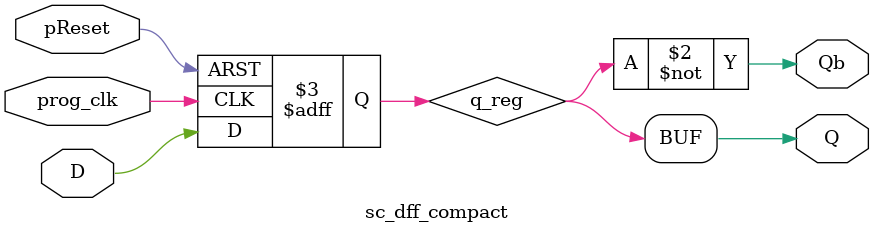
<source format=v>
module static_dff (
/* Global ports go first */
input set,     // set input
input reset, // Reset input
input clk, // Clock Input
/* Local ports follow */
input D, // Data Input
output Q // Q output
);
//------------Internal Variables--------
reg q_reg;

//-------------Code Starts Here---------
always @ ( posedge clk or posedge reset or posedge set)
if (reset) begin
  q_reg <= 1'b0;
end else if (set) begin
  q_reg <= 1'b1;
end else begin
  q_reg <= D;
end

// Wire q_reg to Q
assign Q = q_reg;

endmodule //End Of Module static_dff

//-----------------------------------------------------
// Design Name : scan_chain_dff
// File Name   : ff.v
// Function    : D flip-flop with asyn reset and set
// Coder       : Xifan TANG
//-----------------------------------------------------
module sc_dff (
/* Global ports go first */
input set,     // set input
input reset, // Reset input
input clk, // Clock Input
/* Local ports follow */
input D, // Data Input
output Q, // Q output
output Qb // Q output
);
//------------Internal Variables--------
reg q_reg;

//-------------Code Starts Here---------
always @ ( posedge clk or posedge reset or posedge set)
if (reset) begin
  q_reg <= 1'b0;
end else if (set) begin
  q_reg <= 1'b1;
end else begin
  q_reg <= D;
end

// Wire q_reg to Q
assign Q = q_reg;
assign Qb = ~Q;

endmodule //End Of Module static_dff

//-----------------------------------------------------
// Design Name : scan_chain_dff compact
// File Name   : ff.v
// Function    : Scan-chain D flip-flop without reset and set	//Modified to fit Edouards architecture
// Coder       : Xifan TANG
//-----------------------------------------------------
module sc_dff_compact (
/* Global ports go first */
input pReset, // Reset input
//input set,     // set input
input prog_clk, // Clock Input
/* Local ports follow */
input D, // Data Input
output Q, // Q output
output Qb // Q output
);
//------------Internal Variables--------
reg q_reg;

//-------------Code Starts Here---------
always @ ( posedge prog_clk or posedge pReset /*or posedge set*/)
if (pReset) begin
  q_reg <= 1'b0;
//end else if (set) begin
//  q_reg <= 1'b1;
end else begin
  q_reg <= D;
end
/*
// Wire q_reg to Q
assign Q = q_reg;
assign Qb = ~Q;
*/

`ifndef ENABLE_FORMAL_VERIFICATION
// Wire q_reg to Q
assign Q = q_reg;
assign Qb = ~q_reg;
`else
assign Q = 1'bZ;
assign Qb = !Q;
`endif

endmodule //End Of Module static_dff

</source>
